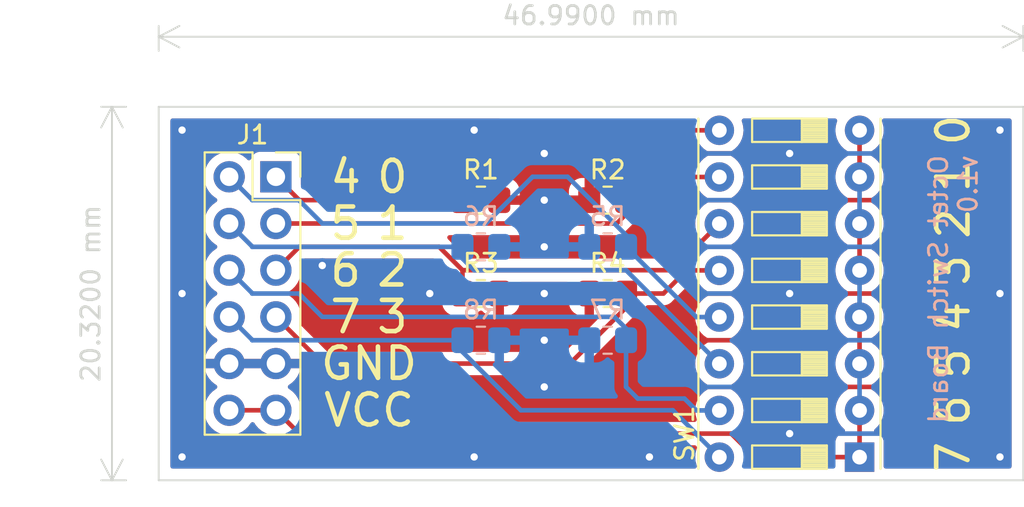
<source format=kicad_pcb>
(kicad_pcb (version 20211014) (generator pcbnew)
  (layers (0 "F.Cu" signal) (31 "B.Cu" signal) (34 "B.Paste" user) (35 "F.Paste" user) (36 "B.SilkS" user "B.Silkscreen") (37 "F.SilkS" user "F.Silkscreen") (38 "B.Mask" user) (39 "F.Mask" user) (44 "Edge.Cuts" user))
  (net 0 "")
  (net 1 "/s0")
  (net 2 "/s1")
  (net 3 "/s2")
  (net 4 "/s3")
  (net 5 "GND")
  (net 6 "VCC")
  (net 7 "/s4")
  (net 8 "/s5")
  (net 9 "/s6")
  (net 10 "/s7")
  (footprint "ModifiedKiCadLibrary:SW_DIP_SPSTx08_Slide_9.78x22.5mm_W7.62mm_P2.54mm_short" (layer "F.Cu") (at 139.69 101.61 180)
    (fp_text reference "SW1" (at 9.515 1.28 270) (layer "F.SilkS"))
    (fp_text value "SW_DIP_x08")
    (fp_line (start 1.78 12.545) (end 3.133333 12.545) (layer "F.SilkS") (width 0.12))
    (fp_line (start 1.78 5.645) (end 3.133333 5.645) (layer "F.SilkS") (width 0.12))
    (fp_line (start 5.84 1.905) (end 1.78 1.905) (layer "F.SilkS") (width 0.12))
    (fp_line (start 1.78 2.865) (end 3.133333 2.865) (layer "F.SilkS") (width 0.12))
    (fp_line (start 1.78 15.565) (end 3.133333 15.565) (layer "F.SilkS") (width 0.12))
    (fp_line (start 1.78 7.345) (end 3.133333 7.345) (layer "F.SilkS") (width 0.12))
    (fp_line (start 1.78 8.065) (end 3.133333 8.065) (layer "F.SilkS") (width 0.12))
    (fp_line (start 1.78 7.825) (end 3.133333 7.825) (layer "F.SilkS") (width 0.12))
    (fp_line (start 5.84 10.795) (end 5.84 9.525) (layer "F.SilkS") (width 0.12))
    (fp_line (start 1.78 17.265) (end 3.133333 17.265) (layer "F.SilkS") (width 0.12))
    (fp_line (start 1.78 9.765) (end 3.133333 9.765) (layer "F.SilkS") (width 0.12))
    (fp_line (start 1.78 12.665) (end 3.133333 12.665) (layer "F.SilkS") (width 0.12))
    (fp_line (start 1.78 17.745) (end 3.133333 17.745) (layer "F.SilkS") (width 0.12))
    (fp_line (start 1.78 9.645) (end 3.133333 9.645) (layer "F.SilkS") (width 0.12))
    (fp_line (start 1.78 17.145) (end 1.78 18.415) (layer "F.SilkS") (width 0.12))
    (fp_line (start 1.78 7.945) (end 3.133333 7.945) (layer "F.SilkS") (width 0.12))
    (fp_line (start 3.133333 17.145) (end 3.133333 18.415) (layer "F.SilkS") (width 0.12))
    (fp_line (start 1.78 14.605) (end 1.78 15.875) (layer "F.SilkS") (width 0.12))
    (fp_line (start 5.84 5.715) (end 5.84 4.445) (layer "F.SilkS") (width 0.12))
    (fp_line (start 3.133333 1.905) (end 3.133333 3.175) (layer "F.SilkS") (width 0.12))
    (fp_line (start 1.78 10.245) (end 3.133333 10.245) (layer "F.SilkS") (width 0.12))
    (fp_line (start 1.78 0.085) (end 3.133333 0.085) (layer "F.SilkS") (width 0.12))
    (fp_line (start 1.78 6.985) (end 1.78 8.255) (layer "F.SilkS") (width 0.12))
    (fp_line (start 1.78 0.565) (end 3.133333 0.565) (layer "F.SilkS") (width 0.12))
    (fp_line (start 3.133333 14.605) (end 3.133333 15.875) (layer "F.SilkS") (width 0.12))
    (fp_line (start 1.78 15.445) (end 3.133333 15.445) (layer "F.SilkS") (width 0.12))
    (fp_line (start 1.78 14.725) (end 3.133333 14.725) (layer "F.SilkS") (width 0.12))
    (fp_line (start 1.78 4.565) (end 3.133333 4.565) (layer "F.SilkS") (width 0.12))
    (fp_line (start 1.78 -0.155) (end 3.133333 -0.155) (layer "F.SilkS") (width 0.12))
    (fp_line (start 1.78 15.685) (end 3.133333 15.685) (layer "F.SilkS") (width 0.12))
    (fp_line (start 1.78 13.025) (end 3.133333 13.025) (layer "F.SilkS") (width 0.12))
    (fp_line (start 1.78 13.145) (end 3.133333 13.145) (layer "F.SilkS") (width 0.12))
    (fp_line (start 1.78 5.285) (end 3.133333 5.285) (layer "F.SilkS") (width 0.12))
    (fp_line (start 1.78 4.685) (end 3.133333 4.685) (layer "F.SilkS") (width 0.12))
    (fp_line (start 1.78 2.625) (end 3.133333 2.625) (layer "F.SilkS") (width 0.12))
    (fp_line (start 1.78 7.705) (end 3.133333 7.705) (layer "F.SilkS") (width 0.12))
    (fp_line (start 1.78 12.425) (end 3.133333 12.425) (layer "F.SilkS") (width 0.12))
    (fp_line (start 1.78 5.045) (end 3.133333 5.045) (layer "F.SilkS") (width 0.12))
    (fp_line (start 5.84 15.875) (end 5.84 14.605) (layer "F.SilkS") (width 0.12))
    (fp_line (start 1.78 -0.275) (end 3.133333 -0.275) (layer "F.SilkS") (width 0.12))
    (fp_line (start 1.78 3.105) (end 3.133333 3.105) (layer "F.SilkS") (width 0.12))
    (fp_line (start 5.84 8.255) (end 5.84 6.985) (layer "F.SilkS") (width 0.12))
    (fp_line (start 1.78 4.925) (end 3.133333 4.925) (layer "F.SilkS") (width 0.12))
    (fp_line (start 1.78 17.985) (end 3.133333 17.985) (layer "F.SilkS") (width 0.12))
    (fp_line (start 1.78 15.085) (end 3.133333 15.085) (layer "F.SilkS") (width 0.12))
    (fp_line (start 1.78 14.965) (end 3.133333 14.965) (layer "F.SilkS") (width 0.12))
    (fp_line (start 1.78 10.795) (end 5.84 10.795) (layer "F.SilkS") (width 0.12))
    (fp_line (start 3.133333 9.525) (end 3.133333 10.795) (layer "F.SilkS") (width 0.12))
    (fp_line (start 1.78 4.445) (end 1.78 5.715) (layer "F.SilkS") (width 0.12))
    (fp_line (start 1.78 10.485) (end 3.133333 10.485) (layer "F.SilkS") (width 0.12))
    (fp_line (start 5.84 17.145) (end 1.78 17.145) (layer "F.SilkS") (width 0.12))
    (fp_line (start 1.78 7.465) (end 3.133333 7.465) (layer "F.SilkS") (width 0.12))
    (fp_line (start 3.133333 12.065) (end 3.133333 13.335) (layer "F.SilkS") (width 0.12))
    (fp_line (start 1.78 0.325) (end 3.133333 0.325) (layer "F.SilkS") (width 0.12))
    (fp_line (start 1.78 12.905) (end 3.133333 12.905) (layer "F.SilkS") (width 0.12))
    (fp_line (start 1.78 13.335) (end 5.84 13.335) (layer "F.SilkS") (width 0.12))
    (fp_line (start 1.78 -0.035) (end 3.133333 -0.035) (layer "F.SilkS") (width 0.12))
    (fp_line (start 8.76 -0.635) (end 8.76 18.415) (layer "F.SilkS") (width 0.12))
    (fp_line (start 1.78 12.185) (end 3.133333 12.185) (layer "F.SilkS") (width 0.12))
    (fp_line (start 5.84 0.635) (end 5.84 -0.635) (layer "F.SilkS") (width 0.12))
    (fp_line (start 1.78 2.745) (end 3.133333 2.745) (layer "F.SilkS") (width 0.12))
    (fp_line (start 1.78 -0.635) (end 1.78 0.635) (layer "F.SilkS") (width 0.12))
    (fp_line (start 1.78 12.065) (end 1.78 13.335) (layer "F.SilkS") (width 0.12))
    (fp_line (start 1.78 1.905) (end 1.78 3.175) (layer "F.SilkS") (width 0.12))
    (fp_line (start 1.78 15.805) (end 3.133333 15.805) (layer "F.SilkS") (width 0.12))
    (fp_line (start 1.78 5.715) (end 5.84 5.715) (layer "F.SilkS") (width 0.12))
    (fp_line (start 1.78 8.185) (end 3.133333 8.185) (layer "F.SilkS") (width 0.12))
    (fp_line (start 3.133333 -0.635) (end 3.133333 0.635) (layer "F.SilkS") (width 0.12))
    (fp_line (start 1.78 15.875) (end 5.84 15.875) (layer "F.SilkS") (width 0.12))
    (fp_line (start 1.78 17.865) (end 3.133333 17.865) (layer "F.SilkS") (width 0.12))
    (fp_line (start 5.84 4.445) (end 1.78 4.445) (layer "F.SilkS") (width 0.12))
    (fp_line (start 1.78 2.985) (end 3.133333 2.985) (layer "F.SilkS") (width 0.12))
    (fp_line (start 1.78 9.885) (end 3.133333 9.885) (layer "F.SilkS") (width 0.12))
    (fp_line (start 1.78 0.635) (end 5.84 0.635) (layer "F.SilkS") (width 0.12))
    (fp_line (start 1.78 17.625) (end 3.133333 17.625) (layer "F.SilkS") (width 0.12))
    (fp_line (start 1.78 8.255) (end 5.84 8.255) (layer "F.SilkS") (width 0.12))
    (fp_line (start 1.78 5.165) (end 3.133333 5.165) (layer "F.SilkS") (width 0.12))
    (fp_line (start 1.78 5.405) (end 3.133333 5.405) (layer "F.SilkS") (width 0.12))
    (fp_line (start 5.84 12.065) (end 1.78 12.065) (layer "F.SilkS") (width 0.12))
    (fp_line (start 1.78 10.005) (end 3.133333 10.005) (layer "F.SilkS") (width 0.12))
    (fp_line (start 1.78 0.205) (end 3.133333 0.205) (layer "F.SilkS") (width 0.12))
    (fp_line (start 3.133333 4.445) (end 3.133333 5.715) (layer "F.SilkS") (width 0.12))
    (fp_line (start 1.78 7.225) (end 3.133333 7.225) (layer "F.SilkS") (width 0.12))
    (fp_line (start 1.78 12.785) (end 3.133333 12.785) (layer "F.SilkS") (width 0.12))
    (fp_line (start 1.78 7.585) (end 3.133333 7.585) (layer "F.SilkS") (width 0.12))
    (fp_line (start 1.78 2.265) (end 3.133333 2.265) (layer "F.SilkS") (width 0.12))
    (fp_line (start 1.78 -0.395) (end 3.133333 -0.395) (layer "F.SilkS") (width 0.12))
    (fp_line (start 1.78 10.605) (end 3.133333 10.605) (layer "F.SilkS") (width 0.12))
    (fp_line (start 1.78 2.505) (end 3.133333 2.505) (layer "F.SilkS") (width 0.12))
    (fp_line (start 5.84 6.985) (end 1.78 6.985) (layer "F.SilkS") (width 0.12))
    (fp_line (start 1.78 2.025) (end 3.133333 2.025) (layer "F.SilkS") (width 0.12))
    (fp_line (start 1.78 12.305) (end 3.133333 12.305) (layer "F.SilkS") (width 0.12))
    (fp_line (start 1.78 2.385) (end 3.133333 2.385) (layer "F.SilkS") (width 0.12))
    (fp_line (start 1.78 15.325) (end 3.133333 15.325) (layer "F.SilkS") (width 0.12))
    (fp_line (start 1.78 13.265) (end 3.133333 13.265) (layer "F.SilkS") (width 0.12))
    (fp_line (start 1.78 18.225) (end 3.133333 18.225) (layer "F.SilkS") (width 0.12))
    (fp_line (start 5.84 14.605) (end 1.78 14.605) (layer "F.SilkS") (width 0.12))
    (fp_line (start -1.14 -0.635) (end -1.14 18.415) (layer "F.SilkS") (width 0.12))
    (fp_line (start 1.78 5.525) (end 3.133333 5.525) (layer "F.SilkS") (width 0.12))
    (fp_line (start 1.78 4.805) (end 3.133333 4.805) (layer "F.SilkS") (width 0.12))
    (fp_line (start 3.133333 6.985) (end 3.133333 8.255) (layer "F.SilkS") (width 0.12))
    (fp_line (start 5.84 3.175) (end 5.84 1.905) (layer "F.SilkS") (width 0.12))
    (fp_line (start 1.78 14.845) (end 3.133333 14.845) (layer "F.SilkS") (width 0.12))
    (fp_line (start 1.78 10.125) (end 3.133333 10.125) (layer "F.SilkS") (width 0.12))
    (fp_line (start 1.78 10.365) (end 3.133333 10.365) (layer "F.SilkS") (width 0.12))
    (fp_line (start 1.78 7.105) (end 3.133333 7.105) (layer "F.SilkS") (width 0.12))
    (fp_line (start 1.78 10.725) (end 3.133333 10.725) (layer "F.SilkS") (width 0.12))
    (fp_line (start 1.78 0.445) (end 3.133333 0.445) (layer "F.SilkS") (width 0.12))
    (fp_line (start 5.84 9.525) (end 1.78 9.525) (layer "F.SilkS") (width 0.12))
    (fp_line (start 1.78 18.415) (end 5.84 18.415) (layer "F.SilkS") (width 0.12))
    (fp_line (start 1.78 2.145) (end 3.133333 2.145) (layer "F.SilkS") (width 0.12))
    (fp_line (start 1.78 15.205) (end 3.133333 15.205) (layer "F.SilkS") (width 0.12))
    (fp_line (start 1.78 18.345) (end 3.133333 18.345) (layer "F.SilkS") (width 0.12))
    (fp_line (start 1.78 18.105) (end 3.133333 18.105) (layer "F.SilkS") (width 0.12))
    (fp_line (start 5.84 13.335) (end 5.84 12.065) (layer "F.SilkS") (width 0.12))
    (fp_line (start 1.78 17.385) (end 3.133333 17.385) (layer "F.SilkS") (width 0.12))
    (fp_line (start 1.78 -0.515) (end 3.133333 -0.515) (layer "F.SilkS") (width 0.12))
    (fp_line (start 5.84 18.415) (end 5.84 17.145) (layer "F.SilkS") (width 0.12))
    (fp_line (start 1.78 3.175) (end 5.84 3.175) (layer "F.SilkS") (width 0.12))
    (fp_line (start 1.78 17.505) (end 3.133333 17.505) (layer "F.SilkS") (width 0.12))
    (fp_line (start 1.78 9.525) (end 1.78 10.795) (layer "F.SilkS") (width 0.12))
    (fp_line (start 5.84 -0.635) (end 1.78 -0.635) (layer "F.SilkS") (width 0.12))
    (pad "1" thru_hole rect (at 0 0 180) (size 1.6 1.6) (drill 0.8) (layers *.Cu *.Mask) (net 6 "VCC"))
    (pad "2" thru_hole oval (at 0 2.54 180) (size 1.6 1.6) (drill 0.8) (layers *.Cu *.Mask) (net 6 "VCC"))
    (pad "3" thru_hole oval (at 0 5.08 180) (size 1.6 1.6) (drill 0.8) (layers *.Cu *.Mask) (net 6 "VCC"))
    (pad "4" thru_hole oval (at 0 7.62 180) (size 1.6 1.6) (drill 0.8) (layers *.Cu *.Mask) (net 6 "VCC"))
    (pad "5" thru_hole oval (at 0 10.16 180) (size 1.6 1.6) (drill 0.8) (layers *.Cu *.Mask) (net 6 "VCC"))
    (pad "6" thru_hole oval (at 0 12.7 180) (size 1.6 1.6) (drill 0.8) (layers *.Cu *.Mask) (net 6 "VCC"))
    (pad "7" thru_hole oval (at 0 15.24 180) (size 1.6 1.6) (drill 0.8) (layers *.Cu *.Mask) (net 6 "VCC"))
    (pad "8" thru_hole oval (at 0 17.78 180) (size 1.6 1.6) (drill 0.8) (layers *.Cu *.Mask) (net 6 "VCC"))
    (pad "9" thru_hole oval (at 7.62 17.78 180) (size 1.6 1.6) (drill 0.8) (layers *.Cu *.Mask) (net 1 "/s0"))
    (pad "10" thru_hole oval (at 7.62 15.24 180) (size 1.6 1.6) (drill 0.8) (layers *.Cu *.Mask) (net 2 "/s1"))
    (pad "11" thru_hole oval (at 7.62 12.7 180) (size 1.6 1.6) (drill 0.8) (layers *.Cu *.Mask) (net 3 "/s2"))
    (pad "12" thru_hole oval (at 7.62 10.16 180) (size 1.6 1.6) (drill 0.8) (layers *.Cu *.Mask) (net 4 "/s3"))
    (pad "13" thru_hole oval (at 7.62 7.62 180) (size 1.6 1.6) (drill 0.8) (layers *.Cu *.Mask) (net 7 "/s4"))
    (pad "14" thru_hole oval (at 7.62 5.08 180) (size 1.6 1.6) (drill 0.8) (layers *.Cu *.Mask) (net 8 "/s5"))
    (pad "15" thru_hole oval (at 7.62 2.54 180) (size 1.6 1.6) (drill 0.8) (layers *.Cu *.Mask) (net 9 "/s6"))
    (pad "16" thru_hole oval (at 7.62 0 180) (size 1.6 1.6) (drill 0.8) (layers *.Cu *.Mask) (net 10 "/s7"))
  )
  (footprint "Resistor_SMD:R_0805_2012Metric_Pad1.20x1.40mm_HandSolder" (layer "F.Cu") (at 119.11 92.71)
    (fp_text reference "R3" (at 0 -1.65) (layer "F.SilkS"))
    (fp_text value "10k")
    (fp_line (start -0.227064 -0.735) (end 0.227064 -0.735) (layer "F.SilkS") (width 0.12))
    (fp_line (start -0.227064 0.735) (end 0.227064 0.735) (layer "F.SilkS") (width 0.12))
    (pad "1" smd roundrect (at -1 0) (size 1.2 1.4) (layers "F.Cu" "F.Paste" "F.Mask") (roundrect_rratio 0.2083333333) (net 3 "/s2"))
    (pad "2" smd roundrect (at 1 0) (size 1.2 1.4) (layers "F.Cu" "F.Paste" "F.Mask") (roundrect_rratio 0.2083333333) (net 5 "GND"))
  )
  (footprint "Resistor_SMD:R_0805_2012Metric_Pad1.20x1.40mm_HandSolder" (layer "F.Cu") (at 119.11 87.63)
    (fp_text reference "R1" (at 0 -1.65) (layer "F.SilkS"))
    (fp_text value "10k")
    (fp_line (start -0.227064 0.735) (end 0.227064 0.735) (layer "F.SilkS") (width 0.12))
    (fp_line (start -0.227064 -0.735) (end 0.227064 -0.735) (layer "F.SilkS") (width 0.12))
    (pad "1" smd roundrect (at -1 0) (size 1.2 1.4) (layers "F.Cu" "F.Paste" "F.Mask") (roundrect_rratio 0.2083333333) (net 1 "/s0"))
    (pad "2" smd roundrect (at 1 0) (size 1.2 1.4) (layers "F.Cu" "F.Paste" "F.Mask") (roundrect_rratio 0.2083333333) (net 5 "GND"))
  )
  (footprint "ModifiedKiCadLibrary:PinSocket_2x06_P2.54mm_Vertical_Top_Bottom" (layer "F.Cu") (at 107.97 86.36)
    (fp_text reference "J1" (at -1.27 -2.286) (layer "F.SilkS"))
    (fp_text value "Conn_02x06_Top_Bottom")
    (fp_line (start -1.27 1.27) (end 1.33 1.27) (layer "F.SilkS") (width 0.12))
    (fp_line (start 0 -1.33) (end 1.33 -1.33) (layer "F.SilkS") (width 0.12))
    (fp_line (start 1.33 -1.33) (end 1.33 0) (layer "F.SilkS") (width 0.12))
    (fp_line (start -3.87 -1.33) (end -3.87 14.03) (layer "F.SilkS") (width 0.12))
    (fp_line (start -3.87 -1.33) (end -1.27 -1.33) (layer "F.SilkS") (width 0.12))
    (fp_line (start -3.87 14.03) (end 1.33 14.03) (layer "F.SilkS") (width 0.12))
    (fp_line (start -1.27 -1.33) (end -1.27 1.27) (layer "F.SilkS") (width 0.12))
    (fp_line (start 1.33 1.27) (end 1.33 14.03) (layer "F.SilkS") (width 0.12))
    (pad "1" thru_hole rect (at 0 0) (size 1.7 1.7) (drill 1) (layers *.Cu *.Mask) (net 1 "/s0"))
    (pad "2" thru_hole oval (at 0 2.54) (size 1.7 1.7) (drill 1) (layers *.Cu *.Mask) (net 2 "/s1"))
    (pad "3" thru_hole oval (at 0 5.08) (size 1.7 1.7) (drill 1) (layers *.Cu *.Mask) (net 3 "/s2"))
    (pad "4" thru_hole oval (at 0 7.62) (size 1.7 1.7) (drill 1) (layers *.Cu *.Mask) (net 4 "/s3"))
    (pad "5" thru_hole oval (at 0 10.16) (size 1.7 1.7) (drill 1) (layers *.Cu *.Mask) (net 5 "GND"))
    (pad "6" thru_hole oval (at 0 12.7) (size 1.7 1.7) (drill 1) (layers *.Cu *.Mask) (net 6 "VCC"))
    (pad "7" thru_hole oval (at -2.54 0) (size 1.7 1.7) (drill 1) (layers *.Cu *.Mask) (net 7 "/s4"))
    (pad "8" thru_hole oval (at -2.54 2.54) (size 1.7 1.7) (drill 1) (layers *.Cu *.Mask) (net 8 "/s5"))
    (pad "9" thru_hole oval (at -2.54 5.08) (size 1.7 1.7) (drill 1) (layers *.Cu *.Mask) (net 9 "/s6"))
    (pad "10" thru_hole oval (at -2.54 7.62) (size 1.7 1.7) (drill 1) (layers *.Cu *.Mask) (net 10 "/s7"))
    (pad "11" thru_hole oval (at -2.54 10.16) (size 1.7 1.7) (drill 1) (layers *.Cu *.Mask) (net 5 "GND"))
    (pad "12" thru_hole oval (at -2.54 12.7) (size 1.7 1.7) (drill 1) (layers *.Cu *.Mask) (net 6 "VCC"))
  )
  (footprint "Resistor_SMD:R_0805_2012Metric_Pad1.20x1.40mm_HandSolder" (layer "F.Cu") (at 126 92.71 180)
    (fp_text reference "R4" (at 0 1.65) (layer "F.SilkS"))
    (fp_text value "10k")
    (fp_line (start -0.227064 0.735) (end 0.227064 0.735) (layer "F.SilkS") (width 0.12))
    (fp_line (start -0.227064 -0.735) (end 0.227064 -0.735) (layer "F.SilkS") (width 0.12))
    (pad "1" smd roundrect (at -1 0 180) (size 1.2 1.4) (layers "F.Cu" "F.Paste" "F.Mask") (roundrect_rratio 0.2083333333) (net 4 "/s3"))
    (pad "2" smd roundrect (at 1 0 180) (size 1.2 1.4) (layers "F.Cu" "F.Paste" "F.Mask") (roundrect_rratio 0.2083333333) (net 5 "GND"))
  )
  (footprint "Resistor_SMD:R_0805_2012Metric_Pad1.20x1.40mm_HandSolder" (layer "F.Cu") (at 126 87.63 180)
    (fp_text reference "R2" (at 0 1.65) (layer "F.SilkS"))
    (fp_text value "10k")
    (fp_line (start -0.227064 0.735) (end 0.227064 0.735) (layer "F.SilkS") (width 0.12))
    (fp_line (start -0.227064 -0.735) (end 0.227064 -0.735) (layer "F.SilkS") (width 0.12))
    (pad "1" smd roundrect (at -1 0 180) (size 1.2 1.4) (layers "F.Cu" "F.Paste" "F.Mask") (roundrect_rratio 0.2083333333) (net 2 "/s1"))
    (pad "2" smd roundrect (at 1 0 180) (size 1.2 1.4) (layers "F.Cu" "F.Paste" "F.Mask") (roundrect_rratio 0.2083333333) (net 5 "GND"))
  )
  (footprint "Resistor_SMD:R_0805_2012Metric_Pad1.20x1.40mm_HandSolder" (layer "B.Cu") (at 119.11 90.17)
    (fp_text reference "R6" (at 0 -1.65) (layer "B.SilkS") (effects (justify mirror)))
    (fp_text value "10k")
    (fp_line (start -0.227064 0.735) (end 0.227064 0.735) (layer "B.SilkS") (width 0.12))
    (fp_line (start -0.227064 -0.735) (end 0.227064 -0.735) (layer "B.SilkS") (width 0.12))
    (pad "1" smd roundrect (at -1 0) (size 1.2 1.4) (layers "B.Cu" "B.Paste" "B.Mask") (roundrect_rratio 0.2083333333) (net 8 "/s5"))
    (pad "2" smd roundrect (at 1 0) (size 1.2 1.4) (layers "B.Cu" "B.Paste" "B.Mask") (roundrect_rratio 0.2083333333) (net 5 "GND"))
  )
  (footprint "Resistor_SMD:R_0805_2012Metric_Pad1.20x1.40mm_HandSolder" (layer "B.Cu") (at 126 95.25 180)
    (fp_text reference "R7" (at 0 1.65) (layer "B.SilkS") (effects (justify mirror)))
    (fp_text value "10k")
    (fp_line (start -0.227064 -0.735) (end 0.227064 -0.735) (layer "B.SilkS") (width 0.12))
    (fp_line (start -0.227064 0.735) (end 0.227064 0.735) (layer "B.SilkS") (width 0.12))
    (pad "1" smd roundrect (at -1 0 180) (size 1.2 1.4) (layers "B.Cu" "B.Paste" "B.Mask") (roundrect_rratio 0.2083333333) (net 9 "/s6"))
    (pad "2" smd roundrect (at 1 0 180) (size 1.2 1.4) (layers "B.Cu" "B.Paste" "B.Mask") (roundrect_rratio 0.2083333333) (net 5 "GND"))
  )
  (footprint "Resistor_SMD:R_0805_2012Metric_Pad1.20x1.40mm_HandSolder" (layer "B.Cu") (at 119.11 95.25)
    (fp_text reference "R8" (at 0 -1.65) (layer "B.SilkS") (effects (justify mirror)))
    (fp_text value "10k")
    (fp_line (start -0.227064 -0.735) (end 0.227064 -0.735) (layer "B.SilkS") (width 0.12))
    (fp_line (start -0.227064 0.735) (end 0.227064 0.735) (layer "B.SilkS") (width 0.12))
    (pad "1" smd roundrect (at -1 0) (size 1.2 1.4) (layers "B.Cu" "B.Paste" "B.Mask") (roundrect_rratio 0.2083333333) (net 10 "/s7"))
    (pad "2" smd roundrect (at 1 0) (size 1.2 1.4) (layers "B.Cu" "B.Paste" "B.Mask") (roundrect_rratio 0.2083333333) (net 5 "GND"))
  )
  (footprint "Resistor_SMD:R_0805_2012Metric_Pad1.20x1.40mm_HandSolder" (layer "B.Cu") (at 126 90.17 180)
    (fp_text reference "R5" (at 0 1.65) (layer "B.SilkS") (effects (justify mirror)))
    (fp_text value "10k")
    (fp_line (start -0.227064 0.735) (end 0.227064 0.735) (layer "B.SilkS") (width 0.12))
    (fp_line (start -0.227064 -0.735) (end 0.227064 -0.735) (layer "B.SilkS") (width 0.12))
    (pad "1" smd roundrect (at -1 0 180) (size 1.2 1.4) (layers "B.Cu" "B.Paste" "B.Mask") (roundrect_rratio 0.2083333333) (net 7 "/s4"))
    (pad "2" smd roundrect (at 1 0 180) (size 1.2 1.4) (layers "B.Cu" "B.Paste" "B.Mask") (roundrect_rratio 0.2083333333) (net 5 "GND"))
  )
  (gr_line (start 148.59 102.87) (end 101.6 102.87) (layer "Edge.Cuts") (width 0.1))
  (gr_line (start 148.59 82.55) (end 148.59 102.87) (layer "Edge.Cuts") (width 0.1))
  (gr_line (start 101.6 82.55) (end 148.59 82.55) (layer "Edge.Cuts") (width 0.1))
  (gr_line (start 101.6 82.55) (end 101.6 102.87) (layer "Edge.Cuts") (width 0.1))
  (gr_text "Octet Switch Board\nv1.0" (at 144.78 85.09 90) (layer "B.SilkS") (effects (font (size 1 1)) (justify left mirror)))
  (gr_text "2" (at 144.78 88.9 90) (layer "F.SilkS") (effects (font (size 1.7 1.7) (thickness 0.25))))
  (gr_text "3" (at 144.78 91.44 90) (layer "F.SilkS") (effects (font (size 1.7 1.7) (thickness 0.25))))
  (gr_text "3" (at 114.3 93.98) (layer "F.SilkS") (effects (font (size 1.7 1.7) (thickness 0.25))))
  (gr_text "GND" (at 113.03 96.52) (layer "F.SilkS") (effects (font (size 1.7 1.7) (thickness 0.25))))
  (gr_text "1" (at 114.3 88.9) (layer "F.SilkS") (effects (font (size 1.7 1.7) (thickness 0.25))))
  (gr_text "6" (at 144.78 99.06 90) (layer "F.SilkS") (effects (font (size 1.7 1.7) (thickness 0.25))))
  (gr_text "1" (at 144.78 86.36 90) (layer "F.SilkS") (effects (font (size 1.7 1.7) (thickness 0.25))))
  (gr_text "4" (at 111.76 86.36) (layer "F.SilkS") (effects (font (size 1.7 1.7) (thickness 0.25))))
  (gr_text "7" (at 144.78 101.6 90) (layer "F.SilkS") (effects (font (size 1.7 1.7) (thickness 0.25))))
  (gr_text "0" (at 114.3 86.36) (layer "F.SilkS") (effects (font (size 1.7 1.7) (thickness 0.25))))
  (gr_text "VCC" (at 113.03 99.06) (layer "F.SilkS") (effects (font (size 1.7 1.7) (thickness 0.25))))
  (gr_text "4" (at 144.78 93.98 90) (layer "F.SilkS") (effects (font (size 1.7 1.7) (thickness 0.25))))
  (gr_text "5" (at 144.78 96.52 90) (layer "F.SilkS") (effects (font (size 1.7 1.7) (thickness 0.25))))
  (gr_text "2" (at 114.3 91.44) (layer "F.SilkS") (effects (font (size 1.7 1.7) (thickness 0.25))))
  (gr_text "6" (at 111.76 91.44) (layer "F.SilkS") (effects (font (size 1.7 1.7) (thickness 0.25))))
  (gr_text "5" (at 111.76 88.9) (layer "F.SilkS") (effects (font (size 1.7 1.7) (thickness 0.25))))
  (gr_text "7" (at 111.76 93.98) (layer "F.SilkS") (effects (font (size 1.7 1.7) (thickness 0.25))))
  (gr_text "0" (at 144.78 83.82 90) (layer "F.SilkS") (effects (font (size 1.7 1.7) (thickness 0.25))))
  (dimension (type aligned) (layer "Edge.Cuts") (pts (xy 101.6 80.01) (xy 148.59 80.01)) (height -1.27) (gr_text "46.9900 mm" (at 125.095 77.59) (layer "Edge.Cuts") (effects (font (size 1 1) (thickness 0.15)))) (format (units 3) (units_format 1) (precision 4)) (style (thickness 0.1) (arrow_length 1.27) (text_position_mode 0) (extension_height 0.58642) (extension_offset 0.5) keep_text_aligned))
  (dimension (type aligned) (layer "Edge.Cuts") (pts (xy 100.33 82.55) (xy 100.33 102.87)) (height 1.27) (gr_text "20.3200 mm" (at 97.91 92.71 90) (layer "Edge.Cuts") (effects (font (size 1 1) (thickness 0.15)))) (format (units 3) (units_format 1) (precision 4)) (style (thickness 0.1) (arrow_length 1.27) (text_position_mode 0) (extension_height 0.58642) (extension_offset 0.5) keep_text_aligned))
  (segment (start 118.11 86.36) (end 120.64 83.83) (width 0.25) (layer "F.Cu") (net 1))
  (segment (start 107.97 86.36) (end 109.24 87.63) (width 0.25) (layer "F.Cu") (net 1))
  (segment (start 120.64 83.83) (end 132.07 83.83) (width 0.25) (layer "F.Cu") (net 1))
  (segment (start 109.24 87.63) (end 118.11 87.63) (width 0.25) (layer "F.Cu") (net 1))
  (segment (start 118.11 86.36) (end 118.11 87.63) (width 0.25) (layer "F.Cu") (net 1))
  (segment (start 127 87.63) (end 127 88.392) (width 0.25) (layer "F.Cu") (net 2))
  (segment (start 126.492 88.9) (end 107.97 88.9) (width 0.25) (layer "F.Cu") (net 2))
  (segment (start 127 88.392) (end 126.492 88.9) (width 0.25) (layer "F.Cu") (net 2))
  (segment (start 132.07 86.37) (end 128.26 86.37) (width 0.25) (layer "F.Cu") (net 2))
  (segment (start 128.26 86.37) (end 127 87.63) (width 0.25) (layer "F.Cu") (net 2))
  (segment (start 132.07 88.91) (end 129.54 91.44) (width 0.25) (layer "F.Cu") (net 3))
  (segment (start 129.54 91.44) (end 118.11 91.44) (width 0.25) (layer "F.Cu") (net 3))
  (segment (start 109.24 90.17) (end 116.84 90.17) (width 0.25) (layer "F.Cu") (net 3))
  (segment (start 118.11 91.44) (end 118.11 92.71) (width 0.25) (layer "F.Cu") (net 3))
  (segment (start 116.84 90.17) (end 118.11 91.44) (width 0.25) (layer "F.Cu") (net 3))
  (segment (start 107.97 91.44) (end 109.24 90.17) (width 0.25) (layer "F.Cu") (net 3))
  (segment (start 123.952 96.52) (end 110.51 96.52) (width 0.25) (layer "F.Cu") (net 4))
  (segment (start 130.292 91.45) (end 129.032 92.71) (width 0.25) (layer "F.Cu") (net 4))
  (segment (start 132.07 91.45) (end 130.292 91.45) (width 0.25) (layer "F.Cu") (net 4))
  (segment (start 110.51 96.52) (end 107.97 93.98) (width 0.25) (layer "F.Cu") (net 4))
  (segment (start 127 93.472) (end 123.952 96.52) (width 0.25) (layer "F.Cu") (net 4))
  (segment (start 129.032 92.71) (end 127 92.71) (width 0.25) (layer "F.Cu") (net 4))
  (segment (start 127 92.71) (end 127 93.472) (width 0.25) (layer "F.Cu") (net 4))
  (segment (start 134.366 87.63) (end 129.794 87.63) (width 0.25) (layer "F.Cu") (net 5))
  (segment (start 137.795 97.79) (end 142.24 97.79) (width 0.25) (layer "F.Cu") (net 5))
  (segment (start 133.985 95.25) (end 136.525 97.79) (width 0.25) (layer "F.Cu") (net 5))
  (segment (start 135.763 86.233) (end 137.16 87.63) (width 0.25) (layer "F.Cu") (net 5))
  (segment (start 134.62 85.09) (end 135.763 86.233) (width 0.25) (layer "F.Cu") (net 5))
  (segment (start 130.81 95.25) (end 133.985 95.25) (width 0.25) (layer "F.Cu") (net 5))
  (segment (start 136.525 97.79) (end 137.795 97.79) (width 0.25) (layer "F.Cu") (net 5))
  (segment (start 128.905 97.79) (end 130.175 96.52) (width 0.25) (layer "F.Cu") (net 5))
  (segment (start 135.763 86.233) (end 134.366 87.63) (width 0.25) (layer "F.Cu") (net 5))
  (segment (start 137.795 97.79) (end 137.795 92.71) (width 0.25) (layer "F.Cu") (net 5))
  (segment (start 129.54 85.09) (end 134.62 85.09) (width 0.25) (layer "F.Cu") (net 5))
  (segment (start 130.175 95.885) (end 130.81 95.25) (width 0.25) (layer "F.Cu") (net 5))
  (segment (start 128.905 97.79) (end 133.985 97.79) (width 0.25) (layer "F.Cu") (net 5))
  (segment (start 122.555 97.79) (end 128.905 97.79) (width 0.25) (layer "F.Cu") (net 5))
  (segment (start 130.175 96.52) (end 130.175 95.885) (width 0.25) (layer "F.Cu") (net 5))
  (segment (start 137.16 87.63) (end 142.24 87.63) (width 0.25) (layer "F.Cu") (net 5))
  (segment (start 135.89 92.71) (end 130.81 92.71) (width 0.25) (layer "F.Cu") (net 5))
  (segment (start 137.795 92.71) (end 142.24 92.71) (width 0.25) (layer "F.Cu") (net 5))
  (segment (start 130.81 92.71) (end 129.794 93.726) (width 0.25) (layer "F.Cu") (net 5))
  (via (at 102.87 83.82) (size 0.8) (drill 0.4) (layers "F.Cu" "B.Cu") (net 5))
  (via (at 116.332 92.71) (size 0.8) (drill 0.4) (layers "F.Cu" "B.Cu") (net 5))
  (via (at 122.555 95.25) (size 0.8) (drill 0.4) (layers "F.Cu" "B.Cu") (net 5))
  (via (at 147.32 92.71) (size 0.8) (drill 0.4) (layers "F.Cu" "B.Cu") (net 5))
  (via (at 122.555 97.79) (size 0.8) (drill 0.4) (layers "F.Cu" "B.Cu") (net 5))
  (via (at 122.555 87.63) (size 0.8) (drill 0.4) (layers "F.Cu" "B.Cu") (net 5))
  (via (at 102.87 101.6) (size 0.8) (drill 0.4) (layers "F.Cu" "B.Cu") (net 5))
  (via (at 102.87 92.71) (size 0.8) (drill 0.4) (layers "F.Cu" "B.Cu") (net 5))
  (via (at 122.555 92.71) (size 0.8) (drill 0.4) (layers "F.Cu" "B.Cu") (net 5))
  (via (at 122.555 85.09) (size 0.8) (drill 0.4) (layers "F.Cu" "B.Cu") (net 5))
  (via (at 118.745 101.6) (size 0.8) (drill 0.4) (layers "F.Cu" "B.Cu") (net 5))
  (via (at 110.49 91.186) (size 0.8) (drill 0.4) (layers "F.Cu" "B.Cu") (net 5))
  (via (at 147.32 101.6) (size 0.8) (drill 0.4) (layers "F.Cu" "B.Cu") (net 5))
  (via (at 122.555 90.17) (size 0.8) (drill 0.4) (layers "F.Cu" "B.Cu") (net 5))
  (via (at 118.745 83.82) (size 0.8) (drill 0.4) (layers "F.Cu" "B.Cu") (net 5))
  (via (at 135.89 85.09) (size 0.8) (drill 0.4) (layers "F.Cu" "B.Cu") (net 5))
  (via (at 135.89 100.33) (size 0.8) (drill 0.4) (layers "F.Cu" "B.Cu") (net 5))
  (via (at 147.32 83.82) (size 0.8) (drill 0.4) (layers "F.Cu" "B.Cu") (net 5))
  (via (at 128.27 101.6) (size 0.8) (drill 0.4) (layers "F.Cu" "B.Cu") (net 5))
  (via (at 135.89 92.71) (size 0.8) (drill 0.4) (layers "F.Cu" "B.Cu") (net 5))
  (segment (start 131.064 97.79) (end 129.794 96.52) (width 0.25) (layer "B.Cu") (net 5))
  (segment (start 129.54 85.09) (end 134.112 85.09) (width 0.25) (layer "B.Cu") (net 5))
  (segment (start 129.54 87.63) (end 134.62 87.63) (width 0.25) (layer "B.Cu") (net 5))
  (segment (start 134.747 87.503) (end 137.16 89.916) (width 0.25) (layer "B.Cu") (net 5))
  (segment (start 135.89 92.71) (end 131.064 92.71) (width 0.25) (layer "B.Cu") (net 5))
  (segment (start 135.89 92.71) (end 135.89 96.774) (width 0.25) (layer "B.Cu") (net 5))
  (segment (start 134.62 87.63) (end 134.747 87.503) (width 0.25) (layer "B.Cu") (net 5))
  (segment (start 137.16 92.71) (end 137.16 95.25) (width 0.25) (layer "B.Cu") (net 5))
  (segment (start 137.16 90.17) (end 142.24 90.17) (width 0.25) (layer "B.Cu") (net 5))
  (segment (start 134.874 97.79) (end 131.064 97.79) (width 0.25) (layer "B.Cu") (net 5))
  (segment (start 134.747 87.503) (end 137.16 85.09) (width 0.25) (layer "B.Cu") (net 5))
  (segment (start 135.89 96.774) (end 134.874 97.79) (width 0.25) (layer "B.Cu") (net 5))
  (segment (start 130.175 90.17) (end 137.16 90.17) (width 0.25) (layer "B.Cu") (net 5))
  (segment (start 137.16 100.33) (end 142.24 100.33) (width 0.25) (layer "B.Cu") (net 5))
  (segment (start 137.16 90.17) (end 137.16 92.71) (width 0.25) (layer "B.Cu") (net 5))
  (segment (start 137.16 95.25) (end 137.16 100.33) (width 0.25) (layer "B.Cu") (net 5))
  (segment (start 135.89 92.71) (end 137.16 92.71) (width 0.25) (layer "B.Cu") (net 5))
  (segment (start 137.16 89.916) (end 137.16 90.17) (width 0.25) (layer "B.Cu") (net 5))
  (segment (start 137.16 95.25) (end 142.24 95.25) (width 0.25) (layer "B.Cu") (net 5))
  (segment (start 137.16 85.09) (end 142.24 85.09) (width 0.25) (layer "B.Cu") (net 5))
  (segment (start 131.064 92.71) (end 130.048 91.694) (width 0.25) (layer "B.Cu") (net 5))
  (segment (start 139.69 86.37) (end 139.69 83.83) (width 0.25) (layer "F.Cu") (net 6))
  (segment (start 139.69 101.61) (end 133.995 101.61) (width 0.25) (layer "F.Cu") (net 6))
  (segment (start 139.69 96.53) (end 139.69 93.99) (width 0.25) (layer "F.Cu") (net 6))
  (segment (start 105.43 99.06) (end 107.97 99.06) (width 0.25) (layer "F.Cu") (net 6))
  (segment (start 109.22 100.31) (end 109.22 100.33) (width 0.25) (layer "F.Cu") (net 6))
  (segment (start 107.97 99.06) (end 109.22 100.31) (width 0.25) (layer "F.Cu") (net 6))
  (segment (start 139.69 91.45) (end 139.69 88.91) (width 0.25) (layer "F.Cu") (net 6))
  (segment (start 109.22 100.33) (end 132.715 100.33) (width 0.25) (layer "F.Cu") (net 6))
  (segment (start 139.69 99.07) (end 139.69 101.61) (width 0.25) (layer "F.Cu") (net 6))
  (segment (start 133.995 101.61) (end 132.715 100.33) (width 0.25) (layer "F.Cu") (net 6))
  (segment (start 139.69 88.91) (end 139.69 86.37) (width 0.25) (layer "B.Cu") (net 6))
  (segment (start 139.69 93.99) (end 139.69 91.45) (width 0.25) (layer "B.Cu") (net 6))
  (segment (start 139.69 99.07) (end 139.69 96.53) (width 0.25) (layer "B.Cu") (net 6))
  (segment (start 123.825 86.36) (end 121.92 86.36) (width 0.25) (layer "B.Cu") (net 7))
  (segment (start 127 90.17) (end 130.82 93.99) (width 0.25) (layer "B.Cu") (net 7))
  (segment (start 109.22 87.63) (end 110.49 88.9) (width 0.25) (layer "B.Cu") (net 7))
  (segment (start 106.68 87.61) (end 105.43 86.36) (width 0.25) (layer "B.Cu") (net 7))
  (segment (start 109.22 87.63) (end 106.68 87.63) (width 0.25) (layer "B.Cu") (net 7))
  (segment (start 119.38 88.9) (end 121.92 86.36) (width 0.25) (layer "B.Cu") (net 7))
  (segment (start 127 89.535) (end 123.825 86.36) (width 0.25) (layer "B.Cu") (net 7))
  (segment (start 106.68 87.63) (end 106.68 87.61) (width 0.25) (layer "B.Cu") (net 7))
  (segment (start 130.82 93.99) (end 132.07 93.99) (width 0.25) (layer "B.Cu") (net 7))
  (segment (start 127 90.17) (end 127 89.535) (width 0.25) (layer "B.Cu") (net 7))
  (segment (start 110.49 88.9) (end 119.38 88.9) (width 0.25) (layer "B.Cu") (net 7))
  (segment (start 118.11 90.805) (end 118.745 91.44) (width 0.25) (layer "B.Cu") (net 8))
  (segment (start 118.11 90.17) (end 118.11 90.805) (width 0.25) (layer "B.Cu") (net 8))
  (segment (start 105.43 88.9) (end 106.68 90.15) (width 0.25) (layer "B.Cu") (net 8))
  (segment (start 128.27 92.71) (end 128.27 92.73) (width 0.25) (layer "B.Cu") (net 8))
  (segment (start 118.745 91.44) (end 127 91.44) (width 0.25) (layer "B.Cu") (net 8))
  (segment (start 106.68 90.17) (end 109.22 90.17) (width 0.25) (layer "B.Cu") (net 8))
  (segment (start 109.22 90.17) (end 118.11 90.17) (width 0.25) (layer "B.Cu") (net 8))
  (segment (start 128.27 92.71) (end 127 91.44) (width 0.25) (layer "B.Cu") (net 8))
  (segment (start 128.27 92.73) (end 132.07 96.53) (width 0.25) (layer "B.Cu") (net 8))
  (segment (start 106.68 90.15) (end 106.68 90.17) (width 0.25) (layer "B.Cu") (net 8))
  (segment (start 106.68 92.69) (end 105.43 91.44) (width 0.25) (layer "B.Cu") (net 9))
  (segment (start 127.635 98.425) (end 130.175 98.425) (width 0.25) (layer "B.Cu") (net 9))
  (segment (start 127 94.615) (end 126.365 93.98) (width 0.25) (layer "B.Cu") (net 9))
  (segment (start 109.22 92.71) (end 106.68 92.71) (width 0.25) (layer "B.Cu") (net 9))
  (segment (start 127 95.25) (end 127 97.79) (width 0.25) (layer "B.Cu") (net 9))
  (segment (start 127 95.25) (end 127 94.615) (width 0.25) (layer "B.Cu") (net 9))
  (segment (start 130.175 98.425) (end 130.82 99.07) (width 0.25) (layer "B.Cu") (net 9))
  (segment (start 106.68 92.71) (end 106.68 92.69) (width 0.25) (layer "B.Cu") (net 9))
  (segment (start 130.82 99.07) (end 132.07 99.07) (width 0.25) (layer "B.Cu") (net 9))
  (segment (start 127 97.79) (end 127.635 98.425) (width 0.25) (layer "B.Cu") (net 9))
  (segment (start 126.365 93.98) (end 110.49 93.98) (width 0.25) (layer "B.Cu") (net 9))
  (segment (start 110.49 93.98) (end 109.22 92.71) (width 0.25) (layer "B.Cu") (net 9))
  (segment (start 130.81 100.33) (end 130.81 100.35) (width 0.25) (layer "B.Cu") (net 10))
  (segment (start 118.11 95.885) (end 121.285 99.06) (width 0.25) (layer "B.Cu") (net 10))
  (segment (start 106.68 95.25) (end 118.11 95.25) (width 0.25) (layer "B.Cu") (net 10))
  (segment (start 129.54 99.06) (end 130.81 100.33) (width 0.25) (layer "B.Cu") (net 10))
  (segment (start 121.285 99.06) (end 129.54 99.06) (width 0.25) (layer "B.Cu") (net 10))
  (segment (start 118.11 95.25) (end 118.11 95.885) (width 0.25) (layer "B.Cu") (net 10))
  (segment (start 105.43 93.98) (end 106.68 95.23) (width 0.25) (layer "B.Cu") (net 10))
  (segment (start 106.68 95.23) (end 106.68 95.25) (width 0.25) (layer "B.Cu") (net 10))
  (segment (start 130.81 100.35) (end 132.07 101.61) (width 0.25) (layer "B.Cu") (net 10))
  (zone (net 5) (net_name "GND") (layer "F.Cu") (connect_pads (clearance 0.508)) (min_thickness 0.254) (fill yes (thermal_gap 0.508) (thermal_bridge_width 0.508))
    (polygon (pts (xy 147.955 102.235) (xy 102.235 102.235) (xy 102.235 83.185) (xy 147.955 83.185)))
  )
  (zone (net 5) (net_name "GND") (layer "B.Cu") (connect_pads (clearance 0.508)) (min_thickness 0.254) (fill yes (thermal_gap 0.508) (thermal_bridge_width 0.508))
    (polygon (pts (xy 147.955 102.235) (xy 102.235 102.235) (xy 102.235 83.185) (xy 147.955 83.185)))
  )
)
</source>
